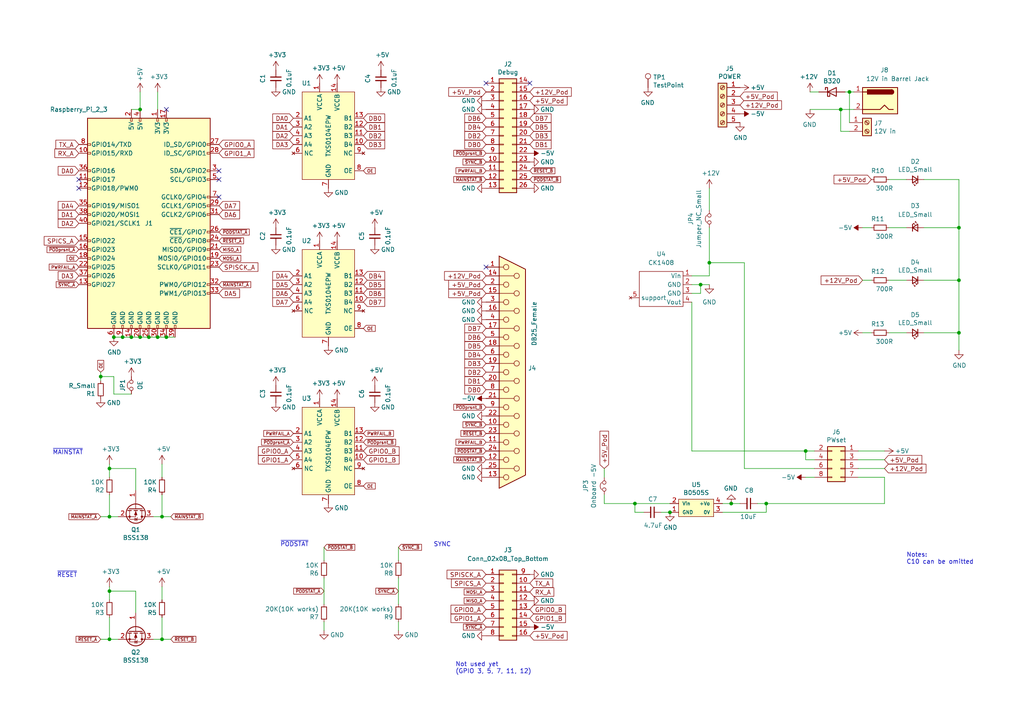
<source format=kicad_sch>
(kicad_sch (version 20211123) (generator eeschema)
  (paper "A4")
  (title_block (date "2022-04-08") (rev "3.0") (comment 1 "CERN-OHL-version-2 ") (comment 3 "mirko (novintic)"))
  (junction (at 43.18 97.79))
  (junction (at 45.72 97.79))
  (junction (at 278.13 81.28))
  (junction (at 33.02 97.79))
  (junction (at 38.1 97.79))
  (junction (at 48.26 97.79))
  (junction (at 278.13 96.52))
  (junction (at 40.64 31.75))
  (junction (at 203.2 82.55))
  (junction (at 243.84 31.75))
  (junction (at 40.64 97.79))
  (junction (at 205.74 76.2))
  (junction (at 35.56 97.79))
  (junction (at 29.21 109.22))
  (junction (at 246.38 26.67))
  (junction (at 46.99 149.86))
  (junction (at 46.99 185.42))
  (junction (at 31.75 135.89))
  (junction (at 194.31 148.59))
  (junction (at 184.15 146.05))
  (junction (at 31.75 171.45))
  (junction (at 278.13 66.04))
  (junction (at 233.68 130.81))
  (junction (at 222.25 146.05))
  (junction (at 31.75 185.42))
  (junction (at 31.75 149.86))
  (junction (at 212.09 146.05))
  (no_connect (at 140.97 24.13))
  (no_connect (at 63.5 52.07))
  (no_connect (at 63.5 49.53))
  (no_connect (at 22.86 54.61))
  (no_connect (at 63.5 57.15))
  (no_connect (at 48.26 31.75))
  (no_connect (at 140.97 77.47))
  (no_connect (at 22.86 52.07))
  (no_connect (at 153.67 24.13))
  (wire (pts (xy 278.13 81.28) (xy 278.13 96.52)))
  (wire (pts (xy 46.99 143.51) (xy 46.99 149.86)))
  (wire (pts (xy 248.92 133.35) (xy 256.54 133.35)))
  (wire (pts (xy 252.73 81.28) (xy 250.19 81.28)))
  (wire (pts (xy 40.64 26.67) (xy 40.64 31.75)))
  (wire (pts (xy 205.74 76.2) (xy 215.9 76.2)))
  (wire (pts (xy 203.2 82.55) (xy 205.74 82.55)))
  (wire (pts (xy 233.68 130.81) (xy 233.68 133.35)))
  (wire (pts (xy 184.15 148.59) (xy 186.69 148.59)))
  (wire (pts (xy 93.98 167.64) (xy 93.98 175.26)))
  (wire (pts (xy 248.92 130.81) (xy 256.54 130.81)))
  (wire (pts (xy 33.02 114.3) (xy 38.1 114.3)))
  (wire (pts (xy 44.45 149.86) (xy 46.99 149.86)))
  (wire (pts (xy 248.92 138.43) (xy 256.54 138.43)))
  (wire (pts (xy 200.66 130.81) (xy 233.68 130.81)))
  (wire (pts (xy 262.89 66.04) (xy 257.81 66.04)))
  (wire (pts (xy 29.21 185.42) (xy 31.75 185.42)))
  (wire (pts (xy 46.99 185.42) (xy 49.53 185.42)))
  (wire (pts (xy 39.37 171.45) (xy 39.37 177.8)))
  (wire (pts (xy 246.38 38.1) (xy 243.84 38.1)))
  (wire (pts (xy 246.38 26.67) (xy 245.11 26.67)))
  (wire (pts (xy 205.74 54.61) (xy 205.74 60.96)))
  (wire (pts (xy 38.1 97.79) (xy 40.64 97.79)))
  (wire (pts (xy 29.21 149.86) (xy 31.75 149.86)))
  (wire (pts (xy 48.26 97.79) (xy 50.8 97.79)))
  (wire (pts (xy 278.13 66.04) (xy 278.13 81.28)))
  (wire (pts (xy 246.38 35.56) (xy 246.38 26.67)))
  (wire (pts (xy 46.99 134.62) (xy 46.99 138.43)))
  (wire (pts (xy 31.75 135.89) (xy 39.37 135.89)))
  (wire (pts (xy 205.74 66.04) (xy 205.74 76.2)))
  (wire (pts (xy 233.68 133.35) (xy 236.22 133.35)))
  (wire (pts (xy 29.21 107.95) (xy 29.21 109.22)))
  (wire (pts (xy 243.84 38.1) (xy 243.84 31.75)))
  (wire (pts (xy 93.98 180.34) (xy 93.98 182.88)))
  (wire (pts (xy 200.66 82.55) (xy 203.2 82.55)))
  (wire (pts (xy 33.02 97.79) (xy 35.56 97.79)))
  (wire (pts (xy 222.25 146.05) (xy 222.25 148.59)))
  (wire (pts (xy 205.74 76.2) (xy 205.74 80.01)))
  (wire (pts (xy 278.13 96.52) (xy 278.13 101.6)))
  (wire (pts (xy 46.99 170.18) (xy 46.99 173.99)))
  (wire (pts (xy 222.25 146.05) (xy 256.54 146.05)))
  (wire (pts (xy 215.9 135.89) (xy 236.22 135.89)))
  (wire (pts (xy 233.68 138.43) (xy 236.22 138.43)))
  (wire (pts (xy 233.68 130.81) (xy 236.22 130.81)))
  (wire (pts (xy 267.97 52.07) (xy 278.13 52.07)))
  (wire (pts (xy 257.81 52.07) (xy 262.89 52.07)))
  (wire (pts (xy 115.57 167.64) (xy 115.57 175.26)))
  (wire (pts (xy 203.2 85.09) (xy 203.2 82.55)))
  (wire (pts (xy 278.13 52.07) (xy 278.13 66.04)))
  (wire (pts (xy 267.97 81.28) (xy 278.13 81.28)))
  (wire (pts (xy 257.81 81.28) (xy 262.89 81.28)))
  (wire (pts (xy 184.15 146.05) (xy 184.15 148.59)))
  (wire (pts (xy 219.71 146.05) (xy 222.25 146.05)))
  (wire (pts (xy 44.45 185.42) (xy 46.99 185.42)))
  (wire (pts (xy 33.02 109.22) (xy 33.02 114.3)))
  (wire (pts (xy 115.57 158.75) (xy 115.57 162.56)))
  (wire (pts (xy 31.75 134.62) (xy 31.75 135.89)))
  (wire (pts (xy 250.19 96.52) (xy 252.73 96.52)))
  (wire (pts (xy 46.99 179.07) (xy 46.99 185.42)))
  (wire (pts (xy 200.66 85.09) (xy 203.2 85.09)))
  (wire (pts (xy 267.97 66.04) (xy 278.13 66.04)))
  (wire (pts (xy 247.65 26.67) (xy 246.38 26.67)))
  (wire (pts (xy 209.55 148.59) (xy 222.25 148.59)))
  (wire (pts (xy 38.1 31.75) (xy 40.64 31.75)))
  (wire (pts (xy 46.99 149.86) (xy 49.53 149.86)))
  (wire (pts (xy 212.09 146.05) (xy 214.63 146.05)))
  (wire (pts (xy 237.49 26.67) (xy 234.95 26.67)))
  (wire (pts (xy 175.26 143.51) (xy 175.26 146.05)))
  (wire (pts (xy 31.75 143.51) (xy 31.75 149.86)))
  (wire (pts (xy 31.75 171.45) (xy 39.37 171.45)))
  (wire (pts (xy 35.56 97.79) (xy 38.1 97.79)))
  (wire (pts (xy 248.92 135.89) (xy 256.54 135.89)))
  (wire (pts (xy 247.65 31.75) (xy 243.84 31.75)))
  (wire (pts (xy 29.21 109.22) (xy 29.21 110.49)))
  (wire (pts (xy 191.77 148.59) (xy 194.31 148.59)))
  (wire (pts (xy 209.55 146.05) (xy 212.09 146.05)))
  (wire (pts (xy 31.75 185.42) (xy 34.29 185.42)))
  (wire (pts (xy 93.98 158.75) (xy 93.98 162.56)))
  (wire (pts (xy 115.57 180.34) (xy 115.57 182.88)))
  (wire (pts (xy 267.97 96.52) (xy 278.13 96.52)))
  (wire (pts (xy 200.66 87.63) (xy 200.66 130.81)))
  (wire (pts (xy 257.81 96.52) (xy 262.89 96.52)))
  (wire (pts (xy 175.26 146.05) (xy 184.15 146.05)))
  (wire (pts (xy 45.72 97.79) (xy 48.26 97.79)))
  (wire (pts (xy 256.54 138.43) (xy 256.54 146.05)))
  (wire (pts (xy 215.9 76.2) (xy 215.9 135.89)))
  (wire (pts (xy 43.18 97.79) (xy 45.72 97.79)))
  (wire (pts (xy 45.72 26.67) (xy 45.72 31.75)))
  (wire (pts (xy 31.75 135.89) (xy 31.75 138.43)))
  (wire (pts (xy 31.75 179.07) (xy 31.75 185.42)))
  (wire (pts (xy 39.37 135.89) (xy 39.37 142.24)))
  (wire (pts (xy 31.75 171.45) (xy 31.75 173.99)))
  (wire (pts (xy 243.84 31.75) (xy 234.95 31.75)))
  (wire (pts (xy 40.64 97.79) (xy 43.18 97.79)))
  (wire (pts (xy 31.75 149.86) (xy 34.29 149.86)))
  (wire (pts (xy 205.74 80.01) (xy 200.66 80.01)))
  (wire (pts (xy 184.15 146.05) (xy 194.31 146.05)))
  (wire (pts (xy 175.26 138.43) (xy 175.26 135.89)))
  (wire (pts (xy 250.19 66.04) (xy 252.73 66.04)))
  (wire (pts (xy 29.21 109.22) (xy 33.02 109.22)))
  (wire (pts (xy 31.75 170.18) (xy 31.75 171.45)))
  (text "SYNC" (at 125.73 158.75 0) (effects (font (size 1.27 1.27)) (justify left bottom)))
  (text "~{PODSTAT}" (at 81.28 158.75 0) (effects (font (size 1.27 1.27)) (justify left bottom)))
  (text "~{RESET}" (at 16.51 167.64 0) (effects (font (size 1.27 1.27)) (justify left bottom)))
  (text "~{MAINSTAT}" (at 15.24 132.08 0) (effects (font (size 1.27 1.27)) (justify left bottom)))
  (text "Notes:\nC10 can be omitted\n" (at 262.89 163.83 0) (effects (font (size 1.27 1.27)) (justify left bottom)))
  (text "Not used yet\n(GPIO 3, 5, 7, 11, 12)" (at 132.08 195.58 0) (effects (font (size 1.27 1.27)) (justify left bottom)))
  (global_label "GPIO1_A" (shape input) (at 85.09 133.35 180) (property "Intersheet References" "${INTERSHEET_REFS}" (effects hide)))
  (global_label "DA6" (shape input) (at 85.09 85.09 180) (property "Intersheet References" "${INTERSHEET_REFS}" (effects hide)))
  (global_label "~{SYNC_A}" (shape input) (at 140.97 181.864 180) (effects (font (size 0.889 0.889))) (property "Intersheet References" "${INTERSHEET_REFS}" (effects hide)))
  (global_label "GPIO1_B" (shape input) (at 153.67 179.324 0) (property "Intersheet References" "${INTERSHEET_REFS}" (effects hide)))
  (global_label "+12V_Pod" (shape input) (at 153.67 26.67 0) (property "Intersheet References" "${INTERSHEET_REFS}" (effects hide)))
  (global_label "DA5" (shape input) (at 63.5 85.09 0) (property "Intersheet References" "${INTERSHEET_REFS}" (effects hide)))
  (global_label "TX_A" (shape input) (at 22.86 41.91 180) (property "Intersheet References" "${INTERSHEET_REFS}" (effects hide)))
  (global_label "SPICS_A" (shape input) (at 22.86 69.85 180) (property "Intersheet References" "${INTERSHEET_REFS}" (effects hide)))
  (global_label "+5V_Pod" (shape input) (at 214.63 27.94 0) (property "Intersheet References" "${INTERSHEET_REFS}" (effects hide)))
  (global_label "~{SYNC_A}" (shape input) (at 115.57 171.45 180) (effects (font (size 0.889 0.889))) (property "Intersheet References" "${INTERSHEET_REFS}" (effects hide)))
  (global_label "GPIO1_A" (shape input) (at 140.97 179.324 180) (property "Intersheet References" "${INTERSHEET_REFS}" (effects hide)))
  (global_label "+5V_Pod" (shape input) (at 140.97 26.67 180) (property "Intersheet References" "${INTERSHEET_REFS}" (effects hide)))
  (global_label "OE" (shape input) (at 105.41 140.97 0) (effects (font (size 0.889 0.889))) (property "Intersheet References" "${INTERSHEET_REFS}" (effects hide)))
  (global_label "DB1" (shape input) (at 105.41 36.83 0) (property "Intersheet References" "${INTERSHEET_REFS}" (effects hide)))
  (global_label "DB4" (shape input) (at 140.97 102.87 180) (property "Intersheet References" "${INTERSHEET_REFS}" (effects hide)))
  (global_label "DB7" (shape input) (at 105.41 87.63 0) (property "Intersheet References" "${INTERSHEET_REFS}" (effects hide)))
  (global_label "DB6" (shape input) (at 140.97 34.29 180) (property "Intersheet References" "${INTERSHEET_REFS}" (effects hide)))
  (global_label "DB2" (shape input) (at 105.41 39.37 0) (property "Intersheet References" "${INTERSHEET_REFS}" (effects hide)))
  (global_label "GPIO1_A" (shape input) (at 63.5 44.45 0) (property "Intersheet References" "${INTERSHEET_REFS}" (effects hide)))
  (global_label "~{PODprsnt_A}" (shape input) (at 22.86 72.39 180) (effects (font (size 0.889 0.889))) (property "Intersheet References" "${INTERSHEET_REFS}" (effects hide)))
  (global_label "SPISCK_A" (shape input) (at 140.97 166.624 180) (property "Intersheet References" "${INTERSHEET_REFS}" (effects hide)))
  (global_label "~{SYNC_B}" (shape input) (at 140.97 46.99 180) (effects (font (size 0.889 0.889))) (property "Intersheet References" "${INTERSHEET_REFS}" (effects hide)))
  (global_label "GPIO1_B" (shape input) (at 105.41 133.35 0) (property "Intersheet References" "${INTERSHEET_REFS}" (effects hide)))
  (global_label "~{RESET_B}" (shape input) (at 153.67 49.53 0) (effects (font (size 0.889 0.889))) (property "Intersheet References" "${INTERSHEET_REFS}" (effects hide)))
  (global_label "DB7" (shape input) (at 140.97 95.25 180) (property "Intersheet References" "${INTERSHEET_REFS}" (effects hide)))
  (global_label "DA6" (shape input) (at 63.5 62.23 0) (property "Intersheet References" "${INTERSHEET_REFS}" (effects hide)))
  (global_label "+5V_Pod" (shape input) (at 140.97 85.09 180) (property "Intersheet References" "${INTERSHEET_REFS}" (effects hide)))
  (global_label "~{MAINSTAT_B}" (shape input) (at 140.97 133.35 180) (effects (font (size 0.889 0.889))) (property "Intersheet References" "${INTERSHEET_REFS}" (effects hide)))
  (global_label "DB4" (shape input) (at 140.97 36.83 180) (property "Intersheet References" "${INTERSHEET_REFS}" (effects hide)))
  (global_label "DB5" (shape input) (at 105.41 82.55 0) (property "Intersheet References" "${INTERSHEET_REFS}" (effects hide)))
  (global_label "~{SYNC_A}" (shape input) (at 22.86 82.55 180) (effects (font (size 0.889 0.889))) (property "Intersheet References" "${INTERSHEET_REFS}" (effects hide)))
  (global_label "PWRFAIL_B" (shape input) (at 140.97 128.27 180) (effects (font (size 0.889 0.889))) (property "Intersheet References" "${INTERSHEET_REFS}" (effects hide)))
  (global_label "DB2" (shape input) (at 140.97 39.37 180) (property "Intersheet References" "${INTERSHEET_REFS}" (effects hide)))
  (global_label "~{SYNC_B}" (shape input) (at 140.97 123.19 180) (effects (font (size 0.889 0.889))) (property "Intersheet References" "${INTERSHEET_REFS}" (effects hide)))
  (global_label "DA4" (shape input) (at 22.86 59.69 180) (property "Intersheet References" "${INTERSHEET_REFS}" (effects hide)))
  (global_label "RX_A" (shape input) (at 153.67 171.704 0) (property "Intersheet References" "${INTERSHEET_REFS}" (effects hide)))
  (global_label "DB1" (shape input) (at 153.67 41.91 0) (property "Intersheet References" "${INTERSHEET_REFS}" (effects hide)))
  (global_label "DB5" (shape input) (at 140.97 100.33 180) (property "Intersheet References" "${INTERSHEET_REFS}" (effects hide)))
  (global_label "~{MAINSTAT_B}" (shape input) (at 140.97 52.07 180) (effects (font (size 0.889 0.889))) (property "Intersheet References" "${INTERSHEET_REFS}" (effects hide)))
  (global_label "+12V_Pod" (shape input) (at 214.63 30.48 0) (property "Intersheet References" "${INTERSHEET_REFS}" (effects hide)))
  (global_label "MOSI_A" (shape input) (at 140.97 171.704 180) (effects (font (size 0.889 0.889))) (property "Intersheet References" "${INTERSHEET_REFS}" (effects hide)))
  (global_label "DB6" (shape input) (at 140.97 97.79 180) (property "Intersheet References" "${INTERSHEET_REFS}" (effects hide)))
  (global_label "GPIO0_A" (shape input) (at 85.09 130.81 180) (property "Intersheet References" "${INTERSHEET_REFS}" (effects hide)))
  (global_label "+5V_Pod" (shape input) (at 153.67 29.21 0) (property "Intersheet References" "${INTERSHEET_REFS}" (effects hide)))
  (global_label "~{MAINSTAT_B}" (shape input) (at 49.53 149.86 0) (effects (font (size 0.889 0.889))) (property "Intersheet References" "${INTERSHEET_REFS}" (effects hide)))
  (global_label "GPIO0_B" (shape input) (at 153.67 176.784 0) (property "Intersheet References" "${INTERSHEET_REFS}" (effects hide)))
  (global_label "~{PODprsnt_B}" (shape input) (at 105.41 128.27 0) (effects (font (size 0.889 0.889))) (property "Intersheet References" "${INTERSHEET_REFS}" (effects hide)))
  (global_label "TX_A" (shape input) (at 153.67 169.164 0) (property "Intersheet References" "${INTERSHEET_REFS}" (effects hide)))
  (global_label "DB4" (shape input) (at 105.41 80.01 0) (property "Intersheet References" "${INTERSHEET_REFS}" (effects hide)))
  (global_label "DA7" (shape input) (at 85.09 87.63 180) (property "Intersheet References" "${INTERSHEET_REFS}" (effects hide)))
  (global_label "~{RESET_B}" (shape input) (at 49.53 185.42 0) (effects (font (size 0.889 0.889))) (property "Intersheet References" "${INTERSHEET_REFS}" (effects hide)))
  (global_label "MISO_A" (shape input) (at 140.97 174.244 180) (effects (font (size 0.889 0.889))) (property "Intersheet References" "${INTERSHEET_REFS}" (effects hide)))
  (global_label "OE" (shape input) (at 105.41 49.53 0) (effects (font (size 0.889 0.889))) (property "Intersheet References" "${INTERSHEET_REFS}" (effects hide)))
  (global_label "DA1" (shape input) (at 22.86 62.23 180) (property "Intersheet References" "${INTERSHEET_REFS}" (effects hide)))
  (global_label "DA0" (shape input) (at 85.09 34.29 180) (property "Intersheet References" "${INTERSHEET_REFS}" (effects hide)))
  (global_label "~{PODprsnt_A}" (shape input) (at 85.09 128.27 180) (effects (font (size 0.889 0.889))) (property "Intersheet References" "${INTERSHEET_REFS}" (effects hide)))
  (global_label "+5V_Pod" (shape input) (at 175.26 135.89 90) (property "Intersheet References" "${INTERSHEET_REFS}" (effects hide)))
  (global_label "SPISCK_A" (shape input) (at 63.5 77.47 0) (property "Intersheet References" "${INTERSHEET_REFS}" (effects hide)))
  (global_label "DA2" (shape input) (at 22.86 64.77 180) (property "Intersheet References" "${INTERSHEET_REFS}" (effects hide)))
  (global_label "~{PODSTAT_A}" (shape input) (at 63.5 67.31 0) (effects (font (size 0.889 0.889))) (property "Intersheet References" "${INTERSHEET_REFS}" (effects hide)))
  (global_label "DA5" (shape input) (at 85.09 82.55 180) (property "Intersheet References" "${INTERSHEET_REFS}" (effects hide)))
  (global_label "DA7" (shape input) (at 63.5 59.69 0) (property "Intersheet References" "${INTERSHEET_REFS}" (effects hide)))
  (global_label "DB7" (shape input) (at 153.67 34.29 0) (property "Intersheet References" "${INTERSHEET_REFS}" (effects hide)))
  (global_label "+5V_Pod" (shape input) (at 256.54 133.35 0) (property "Intersheet References" "${INTERSHEET_REFS}" (effects hide)))
  (global_label "DB2" (shape input) (at 140.97 107.95 180) (property "Intersheet References" "${INTERSHEET_REFS}" (effects hide)))
  (global_label "~{RESET_A}" (shape input) (at 29.21 185.42 180) (effects (font (size 0.889 0.889))) (property "Intersheet References" "${INTERSHEET_REFS}" (effects hide)))
  (global_label "~{PODprsnt_B}" (shape input) (at 140.97 44.45 180) (effects (font (size 0.889 0.889))) (property "Intersheet References" "${INTERSHEET_REFS}" (effects hide)))
  (global_label "DB3" (shape input) (at 153.67 39.37 0) (property "Intersheet References" "${INTERSHEET_REFS}" (effects hide)))
  (global_label "DA4" (shape input) (at 85.09 80.01 180) (property "Intersheet References" "${INTERSHEET_REFS}" (effects hide)))
  (global_label "+5V_Pod" (shape input) (at 153.67 184.404 0) (property "Intersheet References" "${INTERSHEET_REFS}" (effects hide)))
  (global_label "+12V_Pod" (shape input) (at 140.97 80.01 180) (property "Intersheet References" "${INTERSHEET_REFS}" (effects hide)))
  (global_label "PWRFAIL_B" (shape input) (at 140.97 49.53 180) (effects (font (size 0.889 0.889))) (property "Intersheet References" "${INTERSHEET_REFS}" (effects hide)))
  (global_label "~{RESET_B}" (shape input) (at 140.97 125.73 180) (effects (font (size 0.889 0.889))) (property "Intersheet References" "${INTERSHEET_REFS}" (effects hide)))
  (global_label "DB0" (shape input) (at 105.41 34.29 0) (property "Intersheet References" "${INTERSHEET_REFS}" (effects hide)))
  (global_label "GPIO0_A" (shape input) (at 140.97 176.784 180) (property "Intersheet References" "${INTERSHEET_REFS}" (effects hide)))
  (global_label "PWRFAIL_B" (shape input) (at 105.41 125.73 0) (effects (font (size 0.889 0.889))) (property "Intersheet References" "${INTERSHEET_REFS}" (effects hide)))
  (global_label "PWRFAIL_A" (shape input) (at 85.09 125.73 180) (effects (font (size 0.889 0.889))) (property "Intersheet References" "${INTERSHEET_REFS}" (effects hide)))
  (global_label "~{PODprsnt_B}" (shape input) (at 140.97 118.11 180) (effects (font (size 0.889 0.889))) (property "Intersheet References" "${INTERSHEET_REFS}" (effects hide)))
  (global_label "DB6" (shape input) (at 105.41 85.09 0) (property "Intersheet References" "${INTERSHEET_REFS}" (effects hide)))
  (global_label "~{RESET_A}" (shape input) (at 63.5 69.85 0) (effects (font (size 0.889 0.889))) (property "Intersheet References" "${INTERSHEET_REFS}" (effects hide)))
  (global_label "DB3" (shape input) (at 105.41 41.91 0) (property "Intersheet References" "${INTERSHEET_REFS}" (effects hide)))
  (global_label "DB0" (shape input) (at 140.97 113.03 180) (property "Intersheet References" "${INTERSHEET_REFS}" (effects hide)))
  (global_label "DB0" (shape input) (at 140.97 41.91 180) (property "Intersheet References" "${INTERSHEET_REFS}" (effects hide)))
  (global_label "DB5" (shape input) (at 153.67 36.83 0) (property "Intersheet References" "${INTERSHEET_REFS}" (effects hide)))
  (global_label "MOSI_A" (shape input) (at 63.5 74.93 0) (effects (font (size 0.889 0.889))) (property "Intersheet References" "${INTERSHEET_REFS}" (effects hide)))
  (global_label "~{MAINSTAT_A}" (shape input) (at 29.21 149.86 180) (effects (font (size 0.889 0.889))) (property "Intersheet References" "${INTERSHEET_REFS}" (effects hide)))
  (global_label "OE" (shape input) (at 22.86 74.93 180) (effects (font (size 0.889 0.889))) (property "Intersheet References" "${INTERSHEET_REFS}" (effects hide)))
  (global_label "~{PODSTAT_B}" (shape input) (at 93.98 158.75 0) (effects (font (size 0.889 0.889))) (property "Intersheet References" "${INTERSHEET_REFS}" (effects hide)))
  (global_label "GPIO0_B" (shape input) (at 105.41 130.81 0) (property "Intersheet References" "${INTERSHEET_REFS}" (effects hide)))
  (global_label "+5V_Pod" (shape input) (at 252.73 52.07 180) (property "Intersheet References" "${INTERSHEET_REFS}" (effects hide)))
  (global_label "~{MAINSTAT_A}" (shape input) (at 63.5 82.55 0) (effects (font (size 0.889 0.889))) (property "Intersheet References" "${INTERSHEET_REFS}" (effects hide)))
  (global_label "~{PODSTAT_B}" (shape input) (at 140.97 130.81 180) (effects (font (size 0.889 0.889))) (property "Intersheet References" "${INTERSHEET_REFS}" (effects hide)))
  (global_label "+12V_Pod" (shape input) (at 250.19 81.28 180) (property "Intersheet References" "${INTERSHEET_REFS}" (effects hide)))
  (global_label "~{PODSTAT_B}" (shape input) (at 153.67 52.07 0) (effects (font (size 0.889 0.889))) (property "Intersheet References" "${INTERSHEET_REFS}" (effects hide)))
  (global_label "+12V_Pod" (shape input) (at 256.54 135.89 0) (property "Intersheet References" "${INTERSHEET_REFS}" (effects hide)))
  (global_label "DA0" (shape input) (at 22.86 49.53 180) (property "Intersheet References" "${INTERSHEET_REFS}" (effects hide)))
  (global_label "MISO_A" (shape input) (at 63.5 72.39 0) (effects (font (size 0.889 0.889))) (property "Intersheet References" "${INTERSHEET_REFS}" (effects hide)))
  (global_label "DA1" (shape input) (at 85.09 36.83 180) (property "Intersheet References" "${INTERSHEET_REFS}" (effects hide)))
  (global_label "DB1" (shape input) (at 140.97 110.49 180) (property "Intersheet References" "${INTERSHEET_REFS}" (effects hide)))
  (global_label "RX_A" (shape input) (at 22.86 44.45 180) (property "Intersheet References" "${INTERSHEET_REFS}" (effects hide)))
  (global_label "+5V_Pod" (shape input) (at 140.97 82.55 180) (property "Intersheet References" "${INTERSHEET_REFS}" (effects hide)))
  (global_label "DA3" (shape input) (at 85.09 41.91 180) (property "Intersheet References" "${INTERSHEET_REFS}" (effects hide)))
  (global_label "DA3" (shape input) (at 22.86 80.01 180) (property "Intersheet References" "${INTERSHEET_REFS}" (effects hide)))
  (global_label "DA2" (shape input) (at 85.09 39.37 180) (property "Intersheet References" "${INTERSHEET_REFS}" (effects hide)))
  (global_label "SPICS_A" (shape input) (at 140.97 169.164 180) (property "Intersheet References" "${INTERSHEET_REFS}" (effects hide)))
  (global_label "~{PODSTAT_A}" (shape input) (at 93.98 171.45 180) (effects (font (size 0.889 0.889))) (property "Intersheet References" "${INTERSHEET_REFS}" (effects hide)))
  (global_label "GPIO0_A" (shape input) (at 63.5 41.91 0) (property "Intersheet References" "${INTERSHEET_REFS}" (effects hide)))
  (global_label "OE" (shape input) (at 105.41 95.25 0) (effects (font (size 0.889 0.889))) (property "Intersheet References" "${INTERSHEET_REFS}" (effects hide)))
  (global_label "PWRFAIL_A" (shape input) (at 22.86 77.47 180) (effects (font (size 0.889 0.889))) (property "Intersheet References" "${INTERSHEET_REFS}" (effects hide)))
  (global_label "~{SYNC_B}" (shape input) (at 115.57 158.75 0) (effects (font (size 0.889 0.889))) (property "Intersheet References" "${INTERSHEET_REFS}" (effects hide)))
  (global_label "DB3" (shape input) (at 140.97 105.41 180) (property "Intersheet References" "${INTERSHEET_REFS}" (effects hide)))
  (global_label "OE" (shape input) (at 29.21 107.95 90) (effects (font (size 0.889 0.889))) (property "Intersheet References" "${INTERSHEET_REFS}" (effects hide)))
  (symbol (lib_id "power:-5V") (at 140.97 115.57 90) (unit 1)
    (property "Reference" "#PWR039" (effects hide))
    (property "Value" "-5V" (at 135.89 115.57 90))
  )
  (symbol (lib_id "power:GND") (at 140.97 135.89 270) (unit 1)
    (property "Reference" "#PWR041" (effects hide))
    (property "Value" "GND" (at 135.89 135.89 90))
  )
  (symbol (lib_id "power:GND") (at 140.97 120.65 270) (unit 1)
    (property "Reference" "#PWR040" (effects hide))
    (property "Value" "GND" (at 135.89 120.65 90))
  )
  (symbol (lib_id "power:GND") (at 140.97 90.17 270) (unit 1)
    (property "Reference" "#PWR037" (effects hide))
    (property "Value" "GND" (at 135.89 90.17 90))
  )
  (symbol (lib_id "power:GND") (at 140.97 92.71 270) (unit 1)
    (property "Reference" "#PWR038" (effects hide))
    (property "Value" "GND" (at 135.89 92.71 90))
  )
  (symbol (lib_id "power:GND") (at 140.97 138.43 270) (unit 1)
    (property "Reference" "#PWR042" (effects hide))
    (property "Value" "GND" (at 135.89 138.43 90))
  )
  (symbol (lib_id "power:GND") (at 153.67 31.75 90) (unit 1)
    (property "Reference" "#PWR044" (effects hide))
    (property "Value" "GND" (at 158.75 31.75 90))
  )
  (symbol (lib_id "power:GND") (at 140.97 31.75 270) (unit 1)
    (property "Reference" "#PWR034" (effects hide))
    (property "Value" "GND" (at 135.89 31.75 90))
  )
  (symbol (lib_id "power:GND") (at 153.67 46.99 90) (unit 1)
    (property "Reference" "#PWR046" (effects hide))
    (property "Value" "GND" (at 158.75 46.99 90))
  )
  (symbol (lib_id "power:GND") (at 153.67 54.61 90) (unit 1)
    (property "Reference" "#PWR047" (effects hide))
    (property "Value" "GND" (at 158.75 54.61 90))
  )
  (symbol (lib_id "power:GND") (at 140.97 54.61 270) (unit 1)
    (property "Reference" "#PWR035" (effects hide))
    (property "Value" "GND" (at 135.89 54.61 90))
  )
  (symbol (lib_id "power:-5V") (at 153.67 44.45 270) (unit 1)
    (property "Reference" "#PWR045" (effects hide))
    (property "Value" "-5V" (at 158.75 44.45 90))
  )
  (symbol (lib_id "Device:R_Small") (at 29.21 113.03 180) (unit 1)
    (property "Reference" "R1" (at 27.7114 114.1984 0) (effects (justify left)))
    (property "Value" "R_Small" (at 27.7114 111.887 0) (effects (justify left)))
    (property "Footprint" "Resistor_SMD:R_0805_2012Metric_Pad1.15x1.40mm_HandSolder" (effects hide))
  )
  (symbol (lib_id "Device:C_Small") (at 110.49 22.86 0) (unit 1)
    (property "Reference" "C4" (at 106.68 24.13 90) (effects (justify left)))
    (property "Value" "0.1uF" (at 114.3 25.4 90) (effects (justify left)))
    (property "Footprint" "Capacitor_SMD:C_0805_2012Metric_Pad1.15x1.40mm_HandSolder" (effects hide))
  )
  (symbol (lib_id "Device:C_Small") (at 80.01 22.86 0) (unit 1)
    (property "Reference" "C1" (at 76.2 24.13 90) (effects (justify left)))
    (property "Value" "0.1uF" (at 83.82 25.4 90) (effects (justify left)))
    (property "Footprint" "Capacitor_SMD:C_0805_2012Metric_Pad1.15x1.40mm_HandSolder" (effects hide))
  )
  (symbol (lib_id "power:+3.3V") (at 80.01 20.32 0) (unit 1)
    (property "Reference" "#PWR010" (effects hide))
    (property "Value" "+3.3V" (at 80.391 15.9258 0))
  )
  (symbol (lib_id "power:+5V") (at 110.49 20.32 0) (unit 1)
    (property "Reference" "#PWR026" (effects hide))
    (property "Value" "+5V" (at 110.871 15.9258 0))
  )
  (symbol (lib_id "power:GND") (at 80.01 25.4 0) (unit 1)
    (property "Reference" "#PWR011" (effects hide))
    (property "Value" "GND" (at 83.82 26.67 0))
  )
  (symbol (lib_id "power:GND") (at 110.49 25.4 0) (unit 1)
    (property "Reference" "#PWR027" (effects hide))
    (property "Value" "GND" (at 114.3 26.67 0))
  )
  (symbol (lib_id "Connector:Raspberry_Pi_2_3") (at 43.18 64.77 0) (unit 1)
    (property "Reference" "J1" (at 43.18 64.77 0))
    (property "Value" "Raspberry_Pi_2_3" (at 22.86 31.75 0))
    (property "Footprint" "Connector_PinHeader_2.54mm:PinHeader_2x20_P2.54mm_Vertical" (effects hide))
    (property "Datasheet" "https://www.raspberrypi.org/documentation/hardware/raspberrypi/schematics/rpi_SCH_3bplus_1p0_reduced.pdf" (effects hide))
  )
  (symbol (lib_id "Device:C_Small") (at 80.01 68.58 0) (unit 1)
    (property "Reference" "C2" (at 76.2 69.85 90) (effects (justify left)))
    (property "Value" "0.1uF" (at 83.82 71.12 90) (effects (justify left)))
    (property "Footprint" "Capacitor_SMD:C_0805_2012Metric_Pad1.15x1.40mm_HandSolder" (effects hide))
  )
  (symbol (lib_id "power:+3.3V") (at 80.01 66.04 0) (unit 1)
    (property "Reference" "#PWR012" (effects hide))
    (property "Value" "+3.3V" (at 80.391 61.6458 0))
  )
  (symbol (lib_id "power:GND") (at 80.01 71.12 0) (unit 1)
    (property "Reference" "#PWR013" (effects hide))
    (property "Value" "GND" (at 83.82 72.39 0))
  )
  (symbol (lib_id "power:GND") (at 140.97 184.404 270) (unit 1)
    (property "Reference" "#PWR043" (effects hide))
    (property "Value" "GND" (at 135.89 184.404 90))
  )
  (symbol (lib_id "power:+3.3V") (at 45.72 26.67 0) (unit 1)
    (property "Reference" "#PWR09" (effects hide))
    (property "Value" "+3.3V" (at 46.101 22.2758 0))
  )
  (symbol (lib_id "power:GND") (at 33.02 97.79 0) (unit 1)
    (property "Reference" "#PWR04" (effects hide))
    (property "Value" "GND" (at 33.147 102.1842 0))
  )
  (symbol (lib_id "power:GND") (at 140.97 87.63 270) (unit 1)
    (property "Reference" "#PWR036" (effects hide))
    (property "Value" "GND" (at 135.89 87.63 90))
  )
  (symbol (lib_id "power:GND") (at 140.97 29.21 270) (unit 1)
    (property "Reference" "#PWR033" (effects hide))
    (property "Value" "GND" (at 135.89 29.21 90))
  )
  (symbol (lib_id "power:GND") (at 29.21 115.57 0) (unit 1)
    (property "Reference" "#PWR01" (effects hide))
    (property "Value" "GND" (at 33.02 116.84 0))
  )
  (symbol (lib_id "FluCom9000:TXS0104EPW") (at 95.25 41.91 0) (unit 1)
    (property "Reference" "U1" (at 88.9 24.13 0))
    (property "Value" "TXS0104EPW" (at 95.25 39.37 90))
    (property "Footprint" "Package_SO:SOIC-14_3.9x8.7mm_P1.27mm" (effects hide))
    (property "Datasheet" "www.ti.com/lit/ds/symlink/txs0108e.pdf" (effects hide))
  )
  (symbol (lib_id "FluCom9000:TXS0104EPW") (at 95.25 87.63 0) (unit 1)
    (property "Reference" "U2" (at 88.9 69.85 0))
    (property "Value" "TXS0104EPW" (at 95.25 85.09 90))
    (property "Footprint" "Package_SO:SOIC-14_3.9x8.7mm_P1.27mm" (effects hide))
    (property "Datasheet" "www.ti.com/lit/ds/symlink/txs0108e.pdf" (effects hide))
  )
  (symbol (lib_id "FluCom9000:TXS0104EPW") (at 95.25 133.35 0) (unit 1)
    (property "Reference" "U3" (at 88.9 115.57 0))
    (property "Value" "TXS0104EPW" (at 95.25 130.81 90))
    (property "Footprint" "Package_SO:SOIC-14_3.9x8.7mm_P1.27mm" (effects hide))
    (property "Datasheet" "www.ti.com/lit/ds/symlink/txs0108e.pdf" (effects hide))
  )
  (symbol (lib_id "Connector:DB25_Female") (at 148.59 107.95 0) (unit 1)
    (property "Reference" "J4" (at 153.162 106.7816 0) (effects (justify left)))
    (property "Value" "DB25_Female" (at 154.94 100.33 90) (effects (justify left)))
    (property "Footprint" "Connector_Dsub:DSUB-25_Female_Horizontal_P2.77x2.54mm_EdgePinOffset9.40mm" (effects hide))
    (property "Datasheet" " ~" (effects hide))
  )
  (symbol (lib_id "FluCom9000:B0505S") (at 201.93 147.32 0) (mirror x) (unit 1)
    (property "Reference" "U5" (at 201.93 140.589 0))
    (property "Value" "B0505S" (at 201.93 142.9004 0))
    (property "Footprint" "Converter_DCDC:Converter_DCDC_muRata_CRE1xxxxxxSC_THT" (effects hide))
  )
  (symbol (lib_id "Connector:Barrel_Jack") (at 255.27 29.21 0) (mirror y) (unit 1)
    (property "Reference" "J8" (at 256.54 20.32 0))
    (property "Value" "12V in Barrel Jack" (at 260.35 22.86 0))
    (property "Footprint" "Connector_BarrelJack:BarrelJack_Horizontal" (effects hide))
  )
  (symbol (lib_id "power:GND") (at 234.95 31.75 0) (mirror y) (unit 1)
    (property "Reference" "#PWR058" (effects hide))
    (property "Value" "GND" (at 234.823 36.1442 0))
  )
  (symbol (lib_id "power:+12V") (at 234.95 26.67 0) (mirror y) (unit 1)
    (property "Reference" "#PWR057" (effects hide))
    (property "Value" "+12V" (at 234.569 22.2758 0))
  )
  (symbol (lib_id "power:GND") (at 194.31 148.59 0) (unit 1)
    (property "Reference" "#PWR050" (effects hide))
    (property "Value" "GND" (at 194.437 152.9842 0))
  )
  (symbol (lib_id "power:GND") (at 212.09 146.05 180) (unit 1)
    (property "Reference" "#PWR053" (effects hide))
    (property "Value" "GND" (at 211.963 141.6558 0))
  )
  (symbol (lib_id "power:-5V") (at 233.68 138.43 90) (unit 1)
    (property "Reference" "#PWR062" (effects hide))
    (property "Value" "-5V" (at 228.6 138.43 90))
  )
  (symbol (lib_id "power:+12V") (at 205.74 54.61 0) (unit 1)
    (property "Reference" "#PWR051" (effects hide))
    (property "Value" "+12V" (at 206.121 50.2158 0))
  )
  (symbol (lib_id "power:+3.3V") (at 92.71 24.13 0) (unit 1)
    (property "Reference" "#PWR016" (effects hide))
    (property "Value" "+3.3V" (at 93.091 19.7358 0))
  )
  (symbol (lib_id "power:+3.3V") (at 92.71 69.85 0) (unit 1)
    (property "Reference" "#PWR017" (effects hide))
    (property "Value" "+3.3V" (at 93.091 65.4558 0))
  )
  (symbol (lib_id "power:+3.3V") (at 92.71 115.57 0) (unit 1)
    (property "Reference" "#PWR018" (effects hide))
    (property "Value" "+3.3V" (at 93.091 111.1758 0))
  )
  (symbol (lib_id "power:+5V") (at 97.79 24.13 0) (unit 1)
    (property "Reference" "#PWR023" (effects hide))
    (property "Value" "+5V" (at 98.171 19.7358 0))
  )
  (symbol (lib_id "power:+5V") (at 97.79 69.85 0) (unit 1)
    (property "Reference" "#PWR024" (effects hide))
    (property "Value" "+5V" (at 98.171 65.4558 0))
  )
  (symbol (lib_id "power:+5V") (at 97.79 115.57 0) (unit 1)
    (property "Reference" "#PWR025" (effects hide))
    (property "Value" "+5V" (at 98.171 111.1758 0))
  )
  (symbol (lib_id "power:GND") (at 95.25 54.61 0) (unit 1)
    (property "Reference" "#PWR020" (effects hide))
    (property "Value" "GND" (at 99.06 55.88 0))
  )
  (symbol (lib_id "power:GND") (at 95.25 100.33 0) (unit 1)
    (property "Reference" "#PWR021" (effects hide))
    (property "Value" "GND" (at 99.06 101.6 0))
  )
  (symbol (lib_id "power:GND") (at 95.25 146.05 0) (unit 1)
    (property "Reference" "#PWR022" (effects hide))
    (property "Value" "GND" (at 99.06 147.32 0))
  )
  (symbol (lib_id "Connector_Generic:Conn_02x13_Top_Bottom") (at 146.05 39.37 0) (unit 1)
    (property "Reference" "J2" (at 147.32 18.6182 0))
    (property "Value" "Debug" (at 147.32 20.9296 0))
    (property "Footprint" "Fluke6809POD:PinHeader_2x13_P2.54mm_Vertical_Fluke_Numbering_mirrored" (effects hide))
  )
  (symbol (lib_id "power:+5V") (at 40.64 26.67 0) (unit 1)
    (property "Reference" "#PWR06" (effects hide))
    (property "Value" "+5V" (at 40.64 21.59 90))
  )
  (symbol (lib_id "Device:R_Small") (at 93.98 165.1 180) (unit 1)
    (property "Reference" "R6" (at 92.4814 166.2684 0) (effects (justify left)))
    (property "Value" "10K" (at 92.4814 163.957 0) (effects (justify left)))
    (property "Footprint" "Resistor_SMD:R_0805_2012Metric_Pad1.15x1.40mm_HandSolder" (effects hide))
  )
  (symbol (lib_id "Device:R_Small") (at 93.98 177.8 180) (unit 1)
    (property "Reference" "R7" (at 92.4814 178.9684 0) (effects (justify left)))
    (property "Value" "20K(10K works)" (at 92.4814 176.657 0) (effects (justify left)))
    (property "Footprint" "Resistor_SMD:R_0805_2012Metric_Pad1.15x1.40mm_HandSolder" (effects hide))
  )
  (symbol (lib_id "power:GND") (at 93.98 182.88 0) (unit 1)
    (property "Reference" "#PWR019" (effects hide))
    (property "Value" "GND" (at 97.79 184.15 0))
  )
  (symbol (lib_id "Device:R_Small") (at 115.57 165.1 180) (unit 1)
    (property "Reference" "R8" (at 114.0714 166.2684 0) (effects (justify left)))
    (property "Value" "10K" (at 114.0714 163.957 0) (effects (justify left)))
    (property "Footprint" "Resistor_SMD:R_0805_2012Metric_Pad1.15x1.40mm_HandSolder" (effects hide))
  )
  (symbol (lib_id "Device:R_Small") (at 115.57 177.8 180) (unit 1)
    (property "Reference" "R9" (at 114.0714 178.9684 0) (effects (justify left)))
    (property "Value" "20K(10K works)" (at 114.0714 176.657 0) (effects (justify left)))
    (property "Footprint" "Resistor_SMD:R_0805_2012Metric_Pad1.15x1.40mm_HandSolder" (effects hide))
  )
  (symbol (lib_id "power:GND") (at 115.57 182.88 0) (unit 1)
    (property "Reference" "#PWR032" (effects hide))
    (property "Value" "GND" (at 119.38 184.15 0))
  )
  (symbol (lib_id "Transistor_FET:BSS138") (at 39.37 147.32 270) (unit 1)
    (property "Reference" "Q1" (at 39.37 153.6446 90))
    (property "Value" "BSS138" (at 39.37 155.956 90))
    (property "Footprint" "Package_TO_SOT_SMD:SOT-23" (effects hide))
    (property "Datasheet" "https://www.fairchildsemi.com/datasheets/BS/BSS138.pdf" (effects hide))
  )
  (symbol (lib_id "power:+3.3V") (at 31.75 134.62 0) (unit 1)
    (property "Reference" "#PWR02" (effects hide))
    (property "Value" "+3.3V" (at 32.131 130.2258 0))
  )
  (symbol (lib_id "power:+5V") (at 46.99 134.62 0) (unit 1)
    (property "Reference" "#PWR07" (effects hide))
    (property "Value" "+5V" (at 47.371 130.2258 0))
  )
  (symbol (lib_id "Device:R_Small") (at 31.75 140.97 180) (unit 1)
    (property "Reference" "R2" (at 30.2514 142.1384 0) (effects (justify left)))
    (property "Value" "10K" (at 30.2514 139.827 0) (effects (justify left)))
    (property "Footprint" "Resistor_SMD:R_0805_2012Metric_Pad1.15x1.40mm_HandSolder" (effects hide))
  )
  (symbol (lib_id "Device:C_Small") (at 108.712 68.58 0) (unit 1)
    (property "Reference" "C5" (at 104.902 69.85 90) (effects (justify left)))
    (property "Value" "0.1uF" (at 112.522 71.12 90) (effects (justify left)))
    (property "Footprint" "Capacitor_SMD:C_0805_2012Metric_Pad1.15x1.40mm_HandSolder" (effects hide))
  )
  (symbol (lib_id "power:+5V") (at 108.712 66.04 0) (unit 1)
    (property "Reference" "#PWR028" (effects hide))
    (property "Value" "+5V" (at 109.093 61.6458 0))
  )
  (symbol (lib_id "power:GND") (at 108.712 71.12 0) (unit 1)
    (property "Reference" "#PWR029" (effects hide))
    (property "Value" "GND" (at 112.522 72.39 0))
  )
  (symbol (lib_id "Device:C_Small") (at 80.01 114.3 0) (unit 1)
    (property "Reference" "C3" (at 76.2 115.57 90) (effects (justify left)))
    (property "Value" "0.1uF" (at 83.82 116.84 90) (effects (justify left)))
    (property "Footprint" "Capacitor_SMD:C_0805_2012Metric_Pad1.15x1.40mm_HandSolder" (effects hide))
  )
  (symbol (lib_id "power:+3.3V") (at 80.01 111.76 0) (unit 1)
    (property "Reference" "#PWR014" (effects hide))
    (property "Value" "+3.3V" (at 80.391 107.3658 0))
  )
  (symbol (lib_id "power:GND") (at 80.01 116.84 0) (unit 1)
    (property "Reference" "#PWR015" (effects hide))
    (property "Value" "GND" (at 83.82 118.11 0))
  )
  (symbol (lib_id "Device:C_Small") (at 108.712 114.3 0) (unit 1)
    (property "Reference" "C6" (at 104.902 115.57 90) (effects (justify left)))
    (property "Value" "0.1uF" (at 112.522 116.84 90) (effects (justify left)))
    (property "Footprint" "Capacitor_SMD:C_0805_2012Metric_Pad1.15x1.40mm_HandSolder" (effects hide))
  )
  (symbol (lib_id "power:+5V") (at 108.712 111.76 0) (unit 1)
    (property "Reference" "#PWR030" (effects hide))
    (property "Value" "+5V" (at 109.093 107.3658 0))
  )
  (symbol (lib_id "power:GND") (at 108.712 116.84 0) (unit 1)
    (property "Reference" "#PWR031" (effects hide))
    (property "Value" "GND" (at 112.522 118.11 0))
  )
  (symbol (lib_id "Device:R_Small") (at 46.99 140.97 180) (unit 1)
    (property "Reference" "R4" (at 45.4914 142.1384 0) (effects (justify left)))
    (property "Value" "10K" (at 45.4914 139.827 0) (effects (justify left)))
    (property "Footprint" "Resistor_SMD:R_0805_2012Metric_Pad1.15x1.40mm_HandSolder" (effects hide))
  )
  (symbol (lib_id "Transistor_FET:BSS138") (at 39.37 182.88 270) (unit 1)
    (property "Reference" "Q2" (at 39.37 189.2046 90))
    (property "Value" "BSS138" (at 39.37 191.516 90))
    (property "Footprint" "Package_TO_SOT_SMD:SOT-23" (effects hide))
    (property "Datasheet" "https://www.fairchildsemi.com/datasheets/BS/BSS138.pdf" (effects hide))
  )
  (symbol (lib_id "power:+3.3V") (at 31.75 170.18 0) (unit 1)
    (property "Reference" "#PWR03" (effects hide))
    (property "Value" "+3.3V" (at 32.131 165.7858 0))
  )
  (symbol (lib_id "power:+5V") (at 46.99 170.18 0) (unit 1)
    (property "Reference" "#PWR08" (effects hide))
    (property "Value" "+5V" (at 47.371 165.7858 0))
  )
  (symbol (lib_id "Device:R_Small") (at 31.75 176.53 180) (unit 1)
    (property "Reference" "R3" (at 30.2514 177.6984 0) (effects (justify left)))
    (property "Value" "10K" (at 30.2514 175.387 0) (effects (justify left)))
    (property "Footprint" "Resistor_SMD:R_0805_2012Metric_Pad1.15x1.40mm_HandSolder" (effects hide))
  )
  (symbol (lib_id "Device:R_Small") (at 46.99 176.53 180) (unit 1)
    (property "Reference" "R5" (at 45.4914 177.6984 0) (effects (justify left)))
    (property "Value" "10K" (at 45.4914 175.387 0) (effects (justify left)))
    (property "Footprint" "Resistor_SMD:R_0805_2012Metric_Pad1.15x1.40mm_HandSolder" (effects hide))
  )
  (symbol (lib_id "Device:LED_Small") (at 265.43 66.04 0) (unit 1)
    (property "Reference" "D3" (at 265.43 59.69 0))
    (property "Value" "LED_Small" (at 265.43 62.23 0))
    (property "Footprint" "LED_SMD:LED_0805_2012Metric_Pad1.15x1.40mm_HandSolder" (effects hide))
  )
  (symbol (lib_id "Device:LED_Small") (at 265.43 81.28 180) (unit 1)
    (property "Reference" "D4" (at 265.43 76.073 0))
    (property "Value" "LED_Small" (at 265.43 78.3844 0))
    (property "Footprint" "LED_SMD:LED_0805_2012Metric_Pad1.15x1.40mm_HandSolder" (effects hide))
  )
  (symbol (lib_id "Device:LED_Small") (at 265.43 52.07 180) (unit 1)
    (property "Reference" "D2" (at 265.43 46.863 0))
    (property "Value" "LED_Small" (at 265.43 49.1744 0))
    (property "Footprint" "LED_SMD:LED_0805_2012Metric_Pad1.15x1.40mm_HandSolder" (effects hide))
  )
  (symbol (lib_id "Device:R_Small") (at 255.27 52.07 90) (unit 1)
    (property "Reference" "R10" (at 256.54 49.53 90) (effects (justify left)))
    (property "Value" "300R" (at 259.08 54.61 90) (effects (justify left)))
    (property "Footprint" "Resistor_SMD:R_0805_2012Metric_Pad1.15x1.40mm_HandSolder" (effects hide))
  )
  (symbol (lib_id "Device:R_Small") (at 255.27 66.04 90) (unit 1)
    (property "Reference" "R11" (at 256.54 63.5 90) (effects (justify left)))
    (property "Value" "300R" (at 259.08 68.58 90) (effects (justify left)))
    (property "Footprint" "Resistor_SMD:R_0805_2012Metric_Pad1.15x1.40mm_HandSolder" (effects hide))
  )
  (symbol (lib_id "Connector:Screw_Terminal_01x05") (at 209.55 30.48 0) (mirror y) (unit 1)
    (property "Reference" "J5" (at 211.6328 19.8882 0))
    (property "Value" "POWER" (at 211.6328 22.1996 0))
    (property "Footprint" "TerminalBlock:TerminalBlock_bornier-5_P5.08mm" (effects hide))
  )
  (symbol (lib_id "power:+5V") (at 214.63 25.4 270) (unit 1)
    (property "Reference" "#PWR054" (effects hide))
    (property "Value" "+5V" (at 219.71 25.4 90))
  )
  (symbol (lib_id "power:-5V") (at 214.63 33.02 270) (unit 1)
    (property "Reference" "#PWR055" (effects hide))
    (property "Value" "-5V" (at 219.71 33.02 90))
  )
  (symbol (lib_id "power:GND") (at 214.63 35.56 0) (unit 1)
    (property "Reference" "#PWR056" (effects hide))
    (property "Value" "GND" (at 214.757 39.9542 0))
  )
  (symbol (lib_id "power:-5V") (at 250.19 66.04 90) (unit 1)
    (property "Reference" "#PWR059" (effects hide))
    (property "Value" "-5V" (at 245.11 66.04 90))
  )
  (symbol (lib_id "power:GND") (at 278.13 101.6 0) (unit 1)
    (property "Reference" "#PWR063" (effects hide))
    (property "Value" "GND" (at 278.257 105.9942 0))
  )
  (symbol (lib_id "power:+5V") (at 256.54 130.81 270) (unit 1)
    (property "Reference" "#PWR061" (effects hide))
    (property "Value" "+5V" (at 261.62 130.81 90))
  )
  (symbol (lib_id "Device:R_Small") (at 255.27 81.28 90) (unit 1)
    (property "Reference" "R12" (at 256.54 78.74 90) (effects (justify left)))
    (property "Value" "700R" (at 259.08 83.82 90) (effects (justify left)))
    (property "Footprint" "Resistor_SMD:R_0805_2012Metric_Pad1.15x1.40mm_HandSolder" (effects hide))
  )
  (symbol (lib_id "Device:C_Small") (at 217.17 146.05 270) (unit 1)
    (property "Reference" "C8" (at 215.9 142.24 90) (effects (justify left)))
    (property "Value" "10uF" (at 214.63 149.86 90) (effects (justify left)))
    (property "Footprint" "Capacitor_SMD:C_0805_2012Metric_Pad1.15x1.40mm_HandSolder" (effects hide))
  )
  (symbol (lib_id "Device:C_Small") (at 189.23 148.59 270) (unit 1)
    (property "Reference" "C7" (at 187.96 144.78 90) (effects (justify left)))
    (property "Value" "4.7uF" (at 186.69 152.4 90) (effects (justify left)))
    (property "Footprint" "Capacitor_SMD:C_0805_2012Metric_Pad1.15x1.40mm_HandSolder" (effects hide))
  )
  (symbol (lib_id "Connector:TestPoint") (at 187.96 25.4 0) (unit 1)
    (property "Reference" "TP1" (at 189.4332 22.4028 0) (effects (justify left)))
    (property "Value" "TestPoint" (at 189.4332 24.7142 0) (effects (justify left)))
    (property "Footprint" "Connector_PinHeader_2.54mm:PinHeader_1x01_P2.54mm_Vertical" (effects hide))
  )
  (symbol (lib_id "power:GND") (at 187.96 25.4 0) (mirror y) (unit 1)
    (property "Reference" "#PWR049" (effects hide))
    (property "Value" "GND" (at 187.833 29.7942 0))
  )
  (symbol (lib_id "Device:LED_Small") (at 265.43 96.52 180) (unit 1)
    (property "Reference" "D5" (at 265.43 91.313 0))
    (property "Value" "LED_Small" (at 265.43 93.6244 0))
    (property "Footprint" "LED_SMD:LED_0805_2012Metric_Pad1.15x1.40mm_HandSolder" (effects hide))
  )
  (symbol (lib_id "Device:R_Small") (at 255.27 96.52 90) (unit 1)
    (property "Reference" "R13" (at 256.54 93.98 90) (effects (justify left)))
    (property "Value" "300R" (at 259.08 99.06 90) (effects (justify left)))
    (property "Footprint" "Resistor_SMD:R_0805_2012Metric_Pad1.15x1.40mm_HandSolder" (effects hide))
  )
  (symbol (lib_id "power:+5V") (at 250.19 96.52 90) (unit 1)
    (property "Reference" "#PWR060" (effects hide))
    (property "Value" "+5V" (at 245.11 96.52 90))
  )
  (symbol (lib_id "Diode:B320") (at 241.3 26.67 0) (unit 1)
    (property "Reference" "D1" (at 241.3 21.1836 0))
    (property "Value" "B320" (at 241.3 23.495 0))
    (property "Footprint" "Diode_SMD:D_SMC" (effects hide))
    (property "Datasheet" "http://www.jameco.com/Jameco/Products/ProdDS/1538777.pdf" (effects hide))
  )
  (symbol (lib_id "Connector:Screw_Terminal_01x02") (at 251.46 35.56 0) (unit 1)
    (property "Reference" "J7" (at 253.492 35.7632 0) (effects (justify left)))
    (property "Value" "12V in" (at 253.492 38.0746 0) (effects (justify left)))
    (property "Footprint" "TerminalBlock:TerminalBlock_bornier-2_P5.08mm" (effects hide))
  )
  (symbol (lib_id "Device:Jumper_NC_Small") (at 38.1 111.76 90) (unit 1)
    (property "Reference" "JP1" (at 35.56 111.76 0))
    (property "Value" "OE" (at 40.64 111.76 0))
    (property "Footprint" "Connector_PinHeader_2.54mm:PinHeader_1x02_P2.54mm_Vertical" (effects hide))
  )
  (symbol (lib_id "power:+3.3V") (at 38.1 109.22 0) (unit 1)
    (property "Reference" "#PWR05" (effects hide))
    (property "Value" "+3.3V" (at 38.481 104.8258 0))
  )
  (symbol (lib_id "Device:Jumper_NC_Small") (at 175.26 140.97 90) (unit 1)
    (property "Reference" "JP3" (at 169.8752 140.97 0))
    (property "Value" "Onboard -5V" (at 172.1866 140.97 0))
    (property "Footprint" "Connector_PinHeader_2.54mm:PinHeader_1x02_P2.54mm_Vertical" (effects hide))
  )
  (symbol (lib_id "Connector_Generic:Conn_02x04_Odd_Even") (at 243.84 133.35 0) (mirror y) (unit 1)
    (property "Reference" "J6" (at 242.57 125.2982 0))
    (property "Value" "PWset" (at 242.57 127.6096 0))
    (property "Footprint" "Connector_PinHeader_2.54mm:PinHeader_2x04_P2.54mm_Vertical" (effects hide))
  )
  (symbol (lib_id "Connector_Generic:Conn_02x08_Top_Bottom") (at 146.05 174.244 0) (unit 1)
    (property "Reference" "J3" (at 147.32 159.512 0))
    (property "Value" "Conn_02x08_Top_Bottom" (at 147.32 162.052 0))
    (property "Footprint" "Connector_PinHeader_2.54mm:PinHeader_2x08_P2.54mm_Vertical" (effects hide))
  )
  (symbol (lib_id "power:-5V") (at 153.67 181.864 270) (unit 1)
    (property "Reference" "#PWR048" (effects hide))
    (property "Value" "-5V" (at 158.75 181.864 90))
  )
  (symbol (lib_id "power:GND") (at 205.74 82.55 0) (unit 1)
    (property "Reference" "#PWR052" (effects hide))
    (property "Value" "GND" (at 205.74 87.63 0))
  )
  (symbol (lib_id "Device:Jumper_NC_Small") (at 205.74 63.5 90) (unit 1)
    (property "Reference" "JP4" (at 200.3552 63.5 0))
    (property "Value" "Jumper_NC_Small" (at 202.6666 63.5 0))
    (property "Footprint" "Connector_PinHeader_2.54mm:PinHeader_1x02_P2.54mm_Vertical" (effects hide))
  )
  (symbol (lib_id "power:GND") (at 153.67 174.244 90) (unit 1)
    (property "Reference" "#PWR0102" (effects hide))
    (property "Value" "GND" (at 158.75 174.244 90))
  )
  (symbol (lib_id "FluCom9000:CK1408") (at 191.77 83.82 0) (unit 1)
    (property "Reference" "U4" (at 191.77 73.66 0))
    (property "Value" "CK1408" (at 191.77 76.2 0))
    (property "Footprint" "Converter_DCDC:CK1408" (effects hide))
  )
  (symbol (lib_id "power:GND") (at 153.67 166.624 90) (unit 1)
    (property "Reference" "#PWR0101" (effects hide))
    (property "Value" "GND" (at 158.75 166.624 90))
  )
)
</source>
